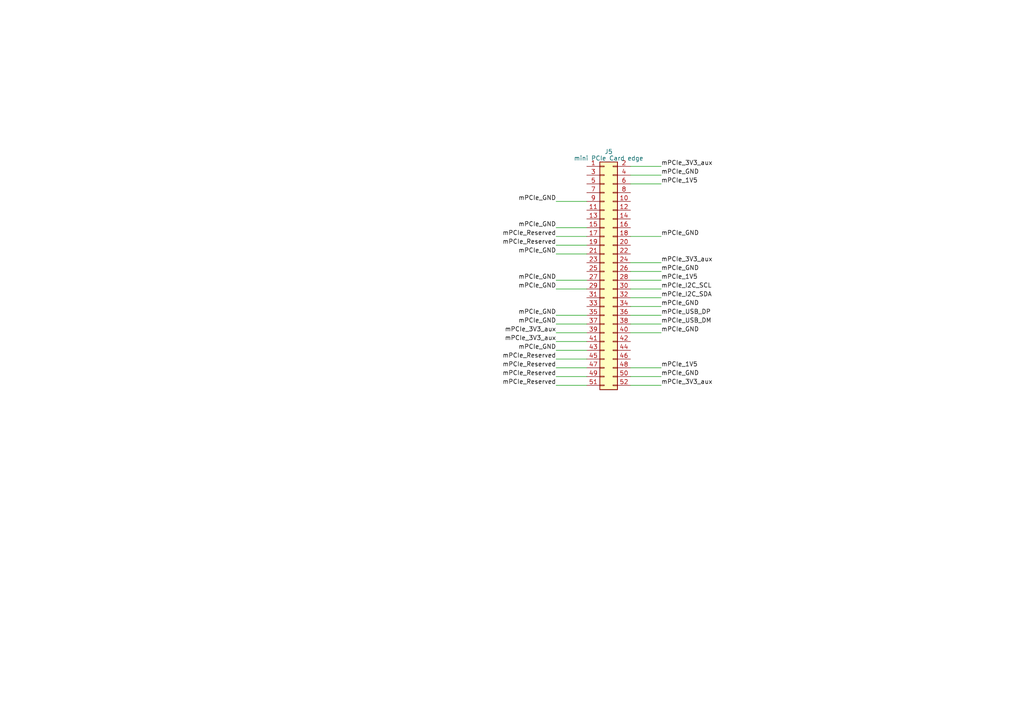
<source format=kicad_sch>
(kicad_sch (version 20230121) (generator eeschema)
  (paper "A4")
  (title_block (title "Leaf RV1126 RK809 mini PCIe") (date "2023-02-25") (rev "1") (company "Qingdao IotPi Information Technology"))
  (lib_symbols
    (symbol "Connector_Generic:Conn_02x26_Odd_Even" (pin_names (offset 1.016) hide)
      (property "Reference" "J" (at 1.27 33.02 0))
      (property "Value" "Conn_02x26_Odd_Even" (at 1.27 -35.56 0))
      (symbol "Conn_02x26_Odd_Even_1_1"
        (rectangle (start -1.27 -32.893) (end 0 -33.147) (stroke (width 0.1524)))
        (rectangle (start -1.27 -30.353) (end 0 -30.607) (stroke (width 0.1524)))
        (rectangle (start -1.27 -27.813) (end 0 -28.067) (stroke (width 0.1524)))
        (rectangle (start -1.27 -25.273) (end 0 -25.527) (stroke (width 0.1524)))
        (rectangle (start -1.27 -22.733) (end 0 -22.987) (stroke (width 0.1524)))
        (rectangle (start -1.27 -20.193) (end 0 -20.447) (stroke (width 0.1524)))
        (rectangle (start -1.27 -17.653) (end 0 -17.907) (stroke (width 0.1524)))
        (rectangle (start -1.27 -15.113) (end 0 -15.367) (stroke (width 0.1524)))
        (rectangle (start -1.27 -12.573) (end 0 -12.827) (stroke (width 0.1524)))
        (rectangle (start -1.27 -10.033) (end 0 -10.287) (stroke (width 0.1524)))
        (rectangle (start -1.27 -7.493) (end 0 -7.747) (stroke (width 0.1524)))
        (rectangle (start -1.27 -4.953) (end 0 -5.207) (stroke (width 0.1524)))
        (rectangle (start -1.27 -2.413) (end 0 -2.667) (stroke (width 0.1524)))
        (rectangle (start -1.27 0.127) (end 0 -0.127) (stroke (width 0.1524)))
        (rectangle (start -1.27 2.667) (end 0 2.413) (stroke (width 0.1524)))
        (rectangle (start -1.27 5.207) (end 0 4.953) (stroke (width 0.1524)))
        (rectangle (start -1.27 7.747) (end 0 7.493) (stroke (width 0.1524)))
        (rectangle (start -1.27 10.287) (end 0 10.033) (stroke (width 0.1524)))
        (rectangle (start -1.27 12.827) (end 0 12.573) (stroke (width 0.1524)))
        (rectangle (start -1.27 15.367) (end 0 15.113) (stroke (width 0.1524)))
        (rectangle (start -1.27 17.907) (end 0 17.653) (stroke (width 0.1524)))
        (rectangle (start -1.27 20.447) (end 0 20.193) (stroke (width 0.1524)))
        (rectangle (start -1.27 22.987) (end 0 22.733) (stroke (width 0.1524)))
        (rectangle (start -1.27 25.527) (end 0 25.273) (stroke (width 0.1524)))
        (rectangle (start -1.27 28.067) (end 0 27.813) (stroke (width 0.1524)))
        (rectangle (start -1.27 30.607) (end 0 30.353) (stroke (width 0.1524)))
        (rectangle (start -1.27 31.75) (end 3.81 -34.29) (stroke (width 0.254)) (fill (type background)))
        (rectangle (start 3.81 -32.893) (end 2.54 -33.147) (stroke (width 0.1524)))
        (rectangle (start 3.81 -30.353) (end 2.54 -30.607) (stroke (width 0.1524)))
        (rectangle (start 3.81 -27.813) (end 2.54 -28.067) (stroke (width 0.1524)))
        (rectangle (start 3.81 -25.273) (end 2.54 -25.527) (stroke (width 0.1524)))
        (rectangle (start 3.81 -22.733) (end 2.54 -22.987) (stroke (width 0.1524)))
        (rectangle (start 3.81 -20.193) (end 2.54 -20.447) (stroke (width 0.1524)))
        (rectangle (start 3.81 -17.653) (end 2.54 -17.907) (stroke (width 0.1524)))
        (rectangle (start 3.81 -15.113) (end 2.54 -15.367) (stroke (width 0.1524)))
        (rectangle (start 3.81 -12.573) (end 2.54 -12.827) (stroke (width 0.1524)))
        (rectangle (start 3.81 -10.033) (end 2.54 -10.287) (stroke (width 0.1524)))
        (rectangle (start 3.81 -7.493) (end 2.54 -7.747) (stroke (width 0.1524)))
        (rectangle (start 3.81 -4.953) (end 2.54 -5.207) (stroke (width 0.1524)))
        (rectangle (start 3.81 -2.413) (end 2.54 -2.667) (stroke (width 0.1524)))
        (rectangle (start 3.81 0.127) (end 2.54 -0.127) (stroke (width 0.1524)))
        (rectangle (start 3.81 2.667) (end 2.54 2.413) (stroke (width 0.1524)))
        (rectangle (start 3.81 5.207) (end 2.54 4.953) (stroke (width 0.1524)))
        (rectangle (start 3.81 7.747) (end 2.54 7.493) (stroke (width 0.1524)))
        (rectangle (start 3.81 10.287) (end 2.54 10.033) (stroke (width 0.1524)))
        (rectangle (start 3.81 12.827) (end 2.54 12.573) (stroke (width 0.1524)))
        (rectangle (start 3.81 15.367) (end 2.54 15.113) (stroke (width 0.1524)))
        (rectangle (start 3.81 17.907) (end 2.54 17.653) (stroke (width 0.1524)))
        (rectangle (start 3.81 20.447) (end 2.54 20.193) (stroke (width 0.1524)))
        (rectangle (start 3.81 22.987) (end 2.54 22.733) (stroke (width 0.1524)))
        (rectangle (start 3.81 25.527) (end 2.54 25.273) (stroke (width 0.1524)))
        (rectangle (start 3.81 28.067) (end 2.54 27.813) (stroke (width 0.1524)))
        (rectangle (start 3.81 30.607) (end 2.54 30.353) (stroke (width 0.1524)))
        (pin passive line (at -5.08 30.48 0) (length 3.81) (name "Pin_1") (number "1"))
        (pin passive line (at 7.62 20.32 180) (length 3.81) (name "Pin_10") (number "10"))
        (pin passive line (at -5.08 17.78 0) (length 3.81) (name "Pin_11") (number "11"))
        (pin passive line (at 7.62 17.78 180) (length 3.81) (name "Pin_12") (number "12"))
        (pin passive line (at -5.08 15.24 0) (length 3.81) (name "Pin_13") (number "13"))
        (pin passive line (at 7.62 15.24 180) (length 3.81) (name "Pin_14") (number "14"))
        (pin passive line (at -5.08 12.7 0) (length 3.81) (name "Pin_15") (number "15"))
        (pin passive line (at 7.62 12.7 180) (length 3.81) (name "Pin_16") (number "16"))
        (pin passive line (at -5.08 10.16 0) (length 3.81) (name "Pin_17") (number "17"))
        (pin passive line (at 7.62 10.16 180) (length 3.81) (name "Pin_18") (number "18"))
        (pin passive line (at -5.08 7.62 0) (length 3.81) (name "Pin_19") (number "19"))
        (pin passive line (at 7.62 30.48 180) (length 3.81) (name "Pin_2") (number "2"))
        (pin passive line (at 7.62 7.62 180) (length 3.81) (name "Pin_20") (number "20"))
        (pin passive line (at -5.08 5.08 0) (length 3.81) (name "Pin_21") (number "21"))
        (pin passive line (at 7.62 5.08 180) (length 3.81) (name "Pin_22") (number "22"))
        (pin passive line (at -5.08 2.54 0) (length 3.81) (name "Pin_23") (number "23"))
        (pin passive line (at 7.62 2.54 180) (length 3.81) (name "Pin_24") (number "24"))
        (pin passive line (at -5.08 0 0) (length 3.81) (name "Pin_25") (number "25"))
        (pin passive line (at 7.62 0 180) (length 3.81) (name "Pin_26") (number "26"))
        (pin passive line (at -5.08 -2.54 0) (length 3.81) (name "Pin_27") (number "27"))
        (pin passive line (at 7.62 -2.54 180) (length 3.81) (name "Pin_28") (number "28"))
        (pin passive line (at -5.08 -5.08 0) (length 3.81) (name "Pin_29") (number "29"))
        (pin passive line (at -5.08 27.94 0) (length 3.81) (name "Pin_3") (number "3"))
        (pin passive line (at 7.62 -5.08 180) (length 3.81) (name "Pin_30") (number "30"))
        (pin passive line (at -5.08 -7.62 0) (length 3.81) (name "Pin_31") (number "31"))
        (pin passive line (at 7.62 -7.62 180) (length 3.81) (name "Pin_32") (number "32"))
        (pin passive line (at -5.08 -10.16 0) (length 3.81) (name "Pin_33") (number "33"))
        (pin passive line (at 7.62 -10.16 180) (length 3.81) (name "Pin_34") (number "34"))
        (pin passive line (at -5.08 -12.7 0) (length 3.81) (name "Pin_35") (number "35"))
        (pin passive line (at 7.62 -12.7 180) (length 3.81) (name "Pin_36") (number "36"))
        (pin passive line (at -5.08 -15.24 0) (length 3.81) (name "Pin_37") (number "37"))
        (pin passive line (at 7.62 -15.24 180) (length 3.81) (name "Pin_38") (number "38"))
        (pin passive line (at -5.08 -17.78 0) (length 3.81) (name "Pin_39") (number "39"))
        (pin passive line (at 7.62 27.94 180) (length 3.81) (name "Pin_4") (number "4"))
        (pin passive line (at 7.62 -17.78 180) (length 3.81) (name "Pin_40") (number "40"))
        (pin passive line (at -5.08 -20.32 0) (length 3.81) (name "Pin_41") (number "41"))
        (pin passive line (at 7.62 -20.32 180) (length 3.81) (name "Pin_42") (number "42"))
        (pin passive line (at -5.08 -22.86 0) (length 3.81) (name "Pin_43") (number "43"))
        (pin passive line (at 7.62 -22.86 180) (length 3.81) (name "Pin_44") (number "44"))
        (pin passive line (at -5.08 -25.4 0) (length 3.81) (name "Pin_45") (number "45"))
        (pin passive line (at 7.62 -25.4 180) (length 3.81) (name "Pin_46") (number "46"))
        (pin passive line (at -5.08 -27.94 0) (length 3.81) (name "Pin_47") (number "47"))
        (pin passive line (at 7.62 -27.94 180) (length 3.81) (name "Pin_48") (number "48"))
        (pin passive line (at -5.08 -30.48 0) (length 3.81) (name "Pin_49") (number "49"))
        (pin passive line (at -5.08 25.4 0) (length 3.81) (name "Pin_5") (number "5"))
        (pin passive line (at 7.62 -30.48 180) (length 3.81) (name "Pin_50") (number "50"))
        (pin passive line (at -5.08 -33.02 0) (length 3.81) (name "Pin_51") (number "51"))
        (pin passive line (at 7.62 -33.02 180) (length 3.81) (name "Pin_52") (number "52"))
        (pin passive line (at 7.62 25.4 180) (length 3.81) (name "Pin_6") (number "6"))
        (pin passive line (at -5.08 22.86 0) (length 3.81) (name "Pin_7") (number "7"))
        (pin passive line (at 7.62 22.86 180) (length 3.81) (name "Pin_8") (number "8"))
        (pin passive line (at -5.08 20.32 0) (length 3.81) (name "Pin_9") (number "9"))
      )
    )
  )
  (wire (pts (xy 170.18 109.22) (xy 161.29 109.22)))
  (wire (pts (xy 170.18 83.82) (xy 161.29 83.82)))
  (wire (pts (xy 182.88 109.22) (xy 191.77 109.22)))
  (wire (pts (xy 182.88 48.26) (xy 191.77 48.26)))
  (wire (pts (xy 182.88 83.82) (xy 191.77 83.82)))
  (wire (pts (xy 170.18 104.14) (xy 161.29 104.14)))
  (wire (pts (xy 170.18 111.76) (xy 161.29 111.76)))
  (wire (pts (xy 182.88 111.76) (xy 191.77 111.76)))
  (wire (pts (xy 182.88 78.74) (xy 191.77 78.74)))
  (wire (pts (xy 170.18 106.68) (xy 161.29 106.68)))
  (wire (pts (xy 182.88 93.98) (xy 191.77 93.98)))
  (wire (pts (xy 170.18 101.6) (xy 161.29 101.6)))
  (wire (pts (xy 170.18 58.42) (xy 161.29 58.42)))
  (wire (pts (xy 182.88 50.8) (xy 191.77 50.8)))
  (wire (pts (xy 182.88 53.34) (xy 191.77 53.34)))
  (wire (pts (xy 182.88 81.28) (xy 191.77 81.28)))
  (wire (pts (xy 170.18 71.12) (xy 161.29 71.12)))
  (wire (pts (xy 182.88 91.44) (xy 191.77 91.44)))
  (wire (pts (xy 170.18 99.06) (xy 161.29 99.06)))
  (wire (pts (xy 170.18 68.58) (xy 161.29 68.58)))
  (wire (pts (xy 170.18 66.04) (xy 161.29 66.04)))
  (wire (pts (xy 182.88 86.36) (xy 191.77 86.36)))
  (wire (pts (xy 182.88 76.2) (xy 191.77 76.2)))
  (wire (pts (xy 170.18 81.28) (xy 161.29 81.28)))
  (wire (pts (xy 182.88 96.52) (xy 191.77 96.52)))
  (wire (pts (xy 170.18 73.66) (xy 161.29 73.66)))
  (wire (pts (xy 182.88 106.68) (xy 191.77 106.68)))
  (wire (pts (xy 170.18 96.52) (xy 161.29 96.52)))
  (wire (pts (xy 182.88 68.58) (xy 191.77 68.58)))
  (wire (pts (xy 182.88 88.9) (xy 191.77 88.9)))
  (wire (pts (xy 170.18 93.98) (xy 161.29 93.98)))
  (wire (pts (xy 170.18 91.44) (xy 161.29 91.44)))
  (label "mPCIe_3V3_aux" (at 161.29 96.52 180))
  (label "mPCIe_Reserved" (at 161.29 71.12 180))
  (label "mPCIe_I2C_SCL" (at 191.77 83.82 0))
  (label "mPCIe_I2C_SDA" (at 191.77 86.36 0))
  (label "mPCIe_GND" (at 161.29 91.44 180))
  (label "mPCIe_GND" (at 191.77 109.22 0))
  (label "mPCIe_GND" (at 161.29 83.82 180))
  (label "mPCIe_3V3_aux" (at 191.77 48.26 0))
  (label "mPCIe_GND" (at 161.29 93.98 180))
  (label "mPCIe_GND" (at 161.29 101.6 180))
  (label "mPCIe_Reserved" (at 161.29 68.58 180))
  (label "mPCIe_USB_DM" (at 191.77 93.98 0))
  (label "mPCIe_GND" (at 191.77 78.74 0))
  (label "mPCIe_1V5" (at 191.77 53.34 0))
  (label "mPCIe_Reserved" (at 161.29 106.68 180))
  (label "mPCIe_GND" (at 161.29 81.28 180))
  (label "mPCIe_3V3_aux" (at 191.77 76.2 0))
  (label "mPCIe_GND" (at 161.29 66.04 180))
  (label "mPCIe_Reserved" (at 161.29 104.14 180))
  (label "mPCIe_GND" (at 191.77 68.58 0))
  (label "mPCIe_GND" (at 191.77 88.9 0))
  (label "mPCIe_GND" (at 161.29 58.42 180))
  (label "mPCIe_1V5" (at 191.77 81.28 0))
  (label "mPCIe_USB_DP" (at 191.77 91.44 0))
  (label "mPCIe_Reserved" (at 161.29 111.76 180))
  (label "mPCIe_3V3_aux" (at 191.77 111.76 0))
  (label "mPCIe_Reserved" (at 161.29 109.22 180))
  (label "mPCIe_GND" (at 161.29 73.66 180))
  (label "mPCIe_3V3_aux" (at 161.29 99.06 180))
  (label "mPCIe_1V5" (at 191.77 106.68 0))
  (label "mPCIe_GND" (at 191.77 96.52 0))
  (label "mPCIe_GND" (at 191.77 50.8 0))
  (symbol (lib_id "Connector_Generic:Conn_02x26_Odd_Even") (at 175.26 78.74 0) (unit 1)
    (property "Reference" "J5" (at 176.53 43.9801 0))
    (property "Value" "mini PCIe Card edge" (at 176.53 45.9011 0))
    (property "Footprint" "Leaf_Connector_PCBEdge:PCIe_MiniCard" (effects hide))
  )
)
</source>
